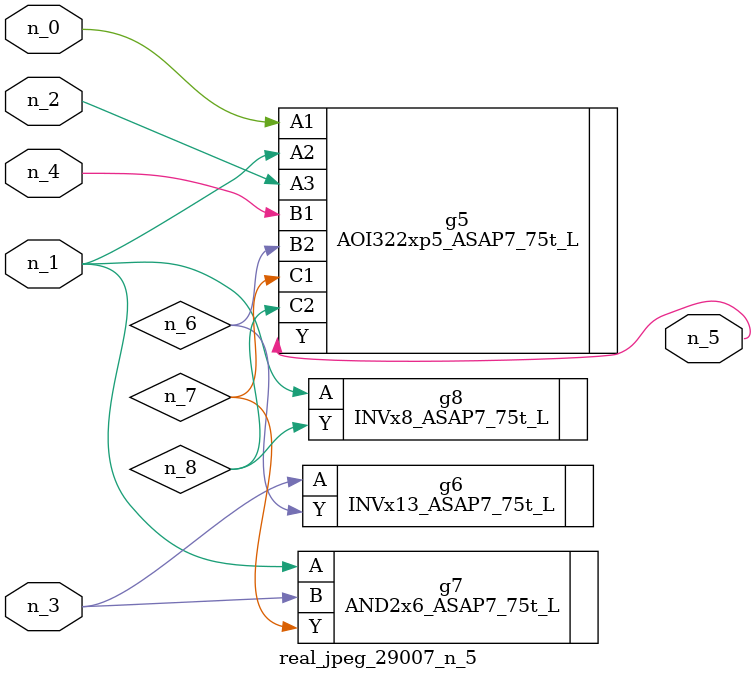
<source format=v>
module real_jpeg_29007_n_5 (n_4, n_0, n_1, n_2, n_3, n_5);

input n_4;
input n_0;
input n_1;
input n_2;
input n_3;

output n_5;

wire n_8;
wire n_6;
wire n_7;

AOI322xp5_ASAP7_75t_L g5 ( 
.A1(n_0),
.A2(n_1),
.A3(n_2),
.B1(n_4),
.B2(n_6),
.C1(n_7),
.C2(n_8),
.Y(n_5)
);

AND2x6_ASAP7_75t_L g7 ( 
.A(n_1),
.B(n_3),
.Y(n_7)
);

INVx8_ASAP7_75t_L g8 ( 
.A(n_1),
.Y(n_8)
);

INVx13_ASAP7_75t_L g6 ( 
.A(n_3),
.Y(n_6)
);


endmodule
</source>
